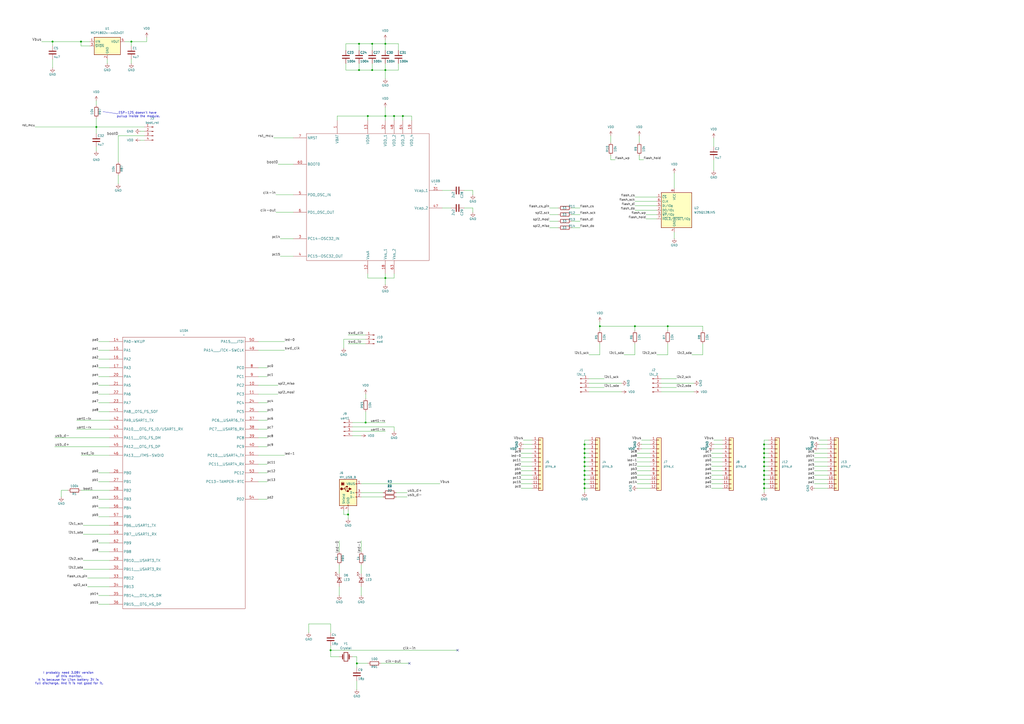
<source format=kicad_sch>
(kicad_sch (version 20250114) (generator "eeschema") (generator_version "9.0")
  (paper "A2")
  (lib_symbols
    (symbol "Connector:Conn_01x03_Pin" (pin_names (offset 1.016) (hide yes))
      (property "Reference" "J" (at 0 5.08 0))
      (property "Value" "Conn_01x03_Pin" (at 0 -5.08 0))
      (symbol "Conn_01x03_Pin_1_1"
        (pin passive line (at 5.08 2.54 180) (length 3.81) (name "Pin_1") (number "1"))
        (pin passive line (at 5.08 0 180) (length 3.81) (name "Pin_2") (number "2"))
        (pin passive line (at 5.08 -2.54 180) (length 3.81) (name "Pin_3") (number "3"))
      )
    )
    (symbol "Connector:Conn_01x04_Pin" (pin_names (offset 1.016) (hide yes))
      (property "Reference" "J" (at 0 5.08 0))
      (property "Value" "Conn_01x04_Pin" (at 0 -7.62 0))
      (symbol "Conn_01x04_Pin_1_1"
        (pin passive line (at 5.08 2.54 180) (length 3.81) (name "Pin_1") (number "1"))
        (pin passive line (at 5.08 0 180) (length 3.81) (name "Pin_2") (number "2"))
        (pin passive line (at 5.08 -2.54 180) (length 3.81) (name "Pin_3") (number "3"))
        (pin passive line (at 5.08 -5.08 180) (length 3.81) (name "Pin_4") (number "4"))
      )
    )
    (symbol "Connector:USB_B" (pin_names (offset 1.016))
      (property "Reference" "J" (at -5.08 11.43 0))
      (property "Value" "USB_B" (at -5.08 8.89 0))
      (symbol "USB_B_1_1"
        (pin passive line (at -2.54 -10.16 90) (length 2.54) (name "Shield") (number "5"))
        (pin power_out line (at 0 -10.16 90) (length 2.54) (name "GND") (number "4"))
        (pin power_out line (at 7.62 5.08 180) (length 2.54) (name "VBUS") (number "1"))
        (pin bidirectional line (at 7.62 0 180) (length 2.54) (name "D+") (number "3"))
        (pin bidirectional line (at 7.62 -2.54 180) (length 2.54) (name "D-") (number "2"))
      )
    )
    (symbol "Connector_Generic:Conn_01x12" (pin_names (offset 1.016) (hide yes))
      (property "Reference" "J" (at 0 15.24 0))
      (property "Value" "Conn_01x12" (at 0 -17.78 0))
      (symbol "Conn_01x12_1_1"
        (pin passive line (at -5.08 12.7 0) (length 3.81) (name "Pin_1") (number "1"))
        (pin passive line (at -5.08 10.16 0) (length 3.81) (name "Pin_2") (number "2"))
        (pin passive line (at -5.08 7.62 0) (length 3.81) (name "Pin_3") (number "3"))
        (pin passive line (at -5.08 5.08 0) (length 3.81) (name "Pin_4") (number "4"))
        (pin passive line (at -5.08 2.54 0) (length 3.81) (name "Pin_5") (number "5"))
        (pin passive line (at -5.08 0 0) (length 3.81) (name "Pin_6") (number "6"))
        (pin passive line (at -5.08 -2.54 0) (length 3.81) (name "Pin_7") (number "7"))
        (pin passive line (at -5.08 -5.08 0) (length 3.81) (name "Pin_8") (number "8"))
        (pin passive line (at -5.08 -7.62 0) (length 3.81) (name "Pin_9") (number "9"))
        (pin passive line (at -5.08 -10.16 0) (length 3.81) (name "Pin_10") (number "10"))
        (pin passive line (at -5.08 -12.7 0) (length 3.81) (name "Pin_11") (number "11"))
        (pin passive line (at -5.08 -15.24 0) (length 3.81) (name "Pin_12") (number "12"))
      )
    )
    (symbol "Device:C" (pin_numbers (hide yes)) (pin_names (offset 0.254))
      (property "Reference" "C" (at 0.635 2.54 0))
      (property "Value" "C" (at 0.635 -2.54 0))
      (symbol "C_1_1"
        (pin passive line (at 0 3.81 270) (length 2.794) (name "~") (number "1"))
        (pin passive line (at 0 -3.81 90) (length 2.794) (name "~") (number "2"))
      )
    )
    (symbol "Device:Crystal" (pin_numbers (hide yes)) (pin_names (offset 1.016) (hide yes))
      (property "Reference" "Y" (at 0 3.81 0))
      (property "Value" "Crystal" (at 0 -3.81 0))
      (symbol "Crystal_1_1"
        (pin passive line (at -3.81 0 0) (length 1.27) (name "1") (number "1"))
        (pin passive line (at 3.81 0 180) (length 1.27) (name "2") (number "2"))
      )
    )
    (symbol "Device:R" (pin_numbers (hide yes)) (pin_names (offset 0))
      (property "Reference" "R" (at 2.032 0 90))
      (property "Value" "R" (at 0 0 90))
      (symbol "R_1_1"
        (pin passive line (at 0 3.81 270) (length 1.27) (name "~") (number "1"))
        (pin passive line (at 0 -3.81 90) (length 1.27) (name "~") (number "2"))
      )
    )
    (symbol "LED_2" (pin_numbers (hide yes)) (pin_names (offset 1.016) (hide yes))
      (property "Reference" "D" (at 0 2.54 0))
      (property "Value" "LED" (at 0 -2.54 0))
      (symbol "LED_2_1_1"
        (pin passive line (at -3.81 0 0) (length 2.54) (name "K") (number "1"))
        (pin passive line (at 3.81 0 180) (length 2.54) (name "A") (number "2"))
      )
    )
    (symbol "LED_3" (pin_numbers (hide yes)) (pin_names (offset 1.016) (hide yes))
      (property "Reference" "D" (at 0 2.54 0))
      (property "Value" "LED" (at 0 -2.54 0))
      (symbol "LED_3_1_1"
        (pin passive line (at -3.81 0 0) (length 2.54) (name "K") (number "1"))
        (pin passive line (at 3.81 0 180) (length 2.54) (name "A") (number "2"))
      )
    )
    (symbol "Memory_Flash:W25Q128JVS"
      (property "Reference" "U" (at -6.35 11.43 0))
      (property "Value" "W25Q128JVS" (at 7.62 11.43 0))
      (symbol "W25Q128JVS_1_1"
        (pin input line (at -10.16 7.62 0) (length 2.54) (name "~{CS}") (number "1"))
        (pin input line (at -10.16 5.08 0) (length 2.54) (name "CLK") (number "6"))
        (pin bidirectional line (at -10.16 2.54 0) (length 2.54) (name "DI/IO_{0}") (number "5"))
        (pin bidirectional line (at -10.16 0 0) (length 2.54) (name "DO/IO_{1}") (number "2"))
        (pin bidirectional line (at -10.16 -2.54 0) (length 2.54) (name "~{WP}/IO_{2}") (number "3"))
        (pin bidirectional line (at -10.16 -5.08 0) (length 2.54) (name "~{HOLD}/~{RESET}/IO_{3}") (number "7"))
        (pin power_in line (at 0 12.7 270) (length 2.54) (name "VCC") (number "8"))
        (pin power_in line (at 0 -12.7 90) (length 2.54) (name "GND") (number "4"))
      )
    )
    (symbol "Regulator_Linear:MCP1802x-xx02xOT"
      (property "Reference" "U" (at -6.35 6.35 0))
      (property "Value" "MCP1802x-xx02xOT" (at 0 6.35 0))
      (symbol "MCP1802x-xx02xOT_1_1"
        (pin power_in line (at -10.16 2.54 0) (length 2.54) (name "VIN") (number "1"))
        (pin input line (at -10.16 0 0) (length 2.54) (name "~{SHDN}") (number "3"))
        (pin power_in line (at 0 -7.62 90) (length 2.54) (name "GND") (number "2"))
        (pin no_connect line (at 7.62 0 180) (length 2.54) (hide yes) (name "NC") (number "4"))
        (pin power_out line (at 10.16 2.54 180) (length 2.54) (name "VOUT") (number "5"))
      )
    )
    (symbol "power:GND" (power) (pin_numbers (hide yes)) (pin_names (offset 0) (hide yes))
      (property "Value" "GND" (at 0 -3.81 0))
      (symbol "GND_1_1"
        (pin power_in line (at 0 0 270) (length 0) (name "~") (number "1"))
      )
    )
    (symbol "power:VDD" (power) (pin_numbers (hide yes)) (pin_names (offset 0) (hide yes))
      (property "Value" "VDD" (at 0 3.556 0))
      (symbol "VDD_1_1"
        (pin power_in line (at 0 0 90) (length 0) (name "~") (number "1"))
      )
    )
    (symbol "stm32f405rgt6:STM32F405RGT6"
      (property "Reference" "U" (at 0 0 0))
      (symbol "STM32F405RGT6_1_0"
        (pin bidirectional line (at -41.91 71.12 0) (length 7.62) (name "PA0-WKUP") (number "14"))
        (pin bidirectional line (at -41.91 66.04 0) (length 7.62) (name "PA1") (number "15"))
        (pin bidirectional line (at -41.91 60.96 0) (length 7.62) (name "PA2") (number "16"))
        (pin bidirectional line (at -41.91 55.88 0) (length 7.62) (name "PA3") (number "17"))
        (pin bidirectional line (at -41.91 50.8 0) (length 7.62) (name "PA4") (number "20"))
        (pin bidirectional line (at -41.91 45.72 0) (length 7.62) (name "PA5") (number "21"))
        (pin bidirectional line (at -41.91 40.64 0) (length 7.62) (name "PA6") (number "22"))
        (pin bidirectional line (at -41.91 35.56 0) (length 7.62) (name "PA7") (number "23"))
        (pin bidirectional line (at -41.91 30.48 0) (length 7.62) (name "PA8__OTG_FS_SOF") (number "41"))
        (pin bidirectional line (at -41.91 25.4 0) (length 7.62) (name "PA9_USART1_TX") (number "42"))
        (pin bidirectional line (at -41.91 20.32 0) (length 7.62) (name "PA10___OTG_FS_ID/USART1_RX") (number "43"))
        (pin bidirectional line (at -41.91 15.24 0) (length 7.62) (name "PA11___OTG_FS_DM") (number "44"))
        (pin bidirectional line (at -41.91 10.16 0) (length 7.62) (name "PA12___OTG_FS_DP") (number "45"))
        (pin bidirectional line (at -41.91 5.08 0) (length 7.62) (name "PA13___JTMS-SWDIO") (number "46"))
        (pin bidirectional line (at -41.91 -5.08 0) (length 7.62) (name "PB0") (number "26"))
        (pin bidirectional line (at -41.91 -10.16 0) (length 7.62) (name "PB1") (number "27"))
        (pin bidirectional line (at -41.91 -15.24 0) (length 7.62) (name "PB2") (number "28"))
        (pin bidirectional line (at -41.91 -20.32 0) (length 7.62) (name "PB3") (number "55"))
        (pin bidirectional line (at -41.91 -25.4 0) (length 7.62) (name "PB4") (number "56"))
        (pin bidirectional line (at -41.91 -30.48 0) (length 7.62) (name "PB5") (number "57"))
        (pin bidirectional line (at -41.91 -35.56 0) (length 7.62) (name "PB6__USART1_TX") (number "58"))
        (pin bidirectional line (at -41.91 -40.64 0) (length 7.62) (name "PB7__USART1_RX") (number "59"))
        (pin bidirectional line (at -41.91 -45.72 0) (length 7.62) (name "PB9") (number "62"))
        (pin bidirectional line (at -41.91 -50.8 0) (length 7.62) (name "PB8") (number "61"))
        (pin bidirectional line (at -41.91 -55.88 0) (length 7.62) (name "PB10___USART3_TX") (number "29"))
        (pin bidirectional line (at -41.91 -60.96 0) (length 7.62) (name "PB11___USART3_RX") (number "30"))
        (pin bidirectional line (at -41.91 -66.04 0) (length 7.62) (name "PB12") (number "33"))
        (pin bidirectional line (at -41.91 -71.12 0) (length 7.62) (name "PB13") (number "34"))
        (pin bidirectional line (at -41.91 -76.2 0) (length 7.62) (name "PB14___OTG_HS_DM") (number "35"))
        (pin bidirectional line (at -41.91 -81.28 0) (length 7.62) (name "PB15___OTG_HS_DP") (number "36"))
        (pin bidirectional line (at 44.45 71.12 180) (length 7.62) (name "PA15___JTDI") (number "50"))
        (pin bidirectional line (at 44.45 66.04 180) (length 7.62) (name "PA14___JTCK-SWCLK") (number "49"))
        (pin bidirectional line (at 44.45 55.88 180) (length 7.62) (name "PC0") (number "8"))
        (pin bidirectional line (at 44.45 50.8 180) (length 7.62) (name "PC1") (number "9"))
        (pin bidirectional line (at 44.45 45.72 180) (length 7.62) (name "PC2") (number "10"))
        (pin bidirectional line (at 44.45 40.64 180) (length 7.62) (name "PC3") (number "11"))
        (pin bidirectional line (at 44.45 35.56 180) (length 7.62) (name "PC4") (number "24"))
        (pin bidirectional line (at 44.45 30.48 180) (length 7.62) (name "PC5") (number "25"))
        (pin bidirectional line (at 44.45 25.4 180) (length 7.62) (name "PC6__USART6_TX") (number "37"))
        (pin bidirectional line (at 44.45 20.32 180) (length 7.62) (name "PC7___USART6_RX") (number "38"))
        (pin bidirectional line (at 44.45 15.24 180) (length 7.62) (name "PC8") (number "39"))
        (pin bidirectional line (at 44.45 10.16 180) (length 7.62) (name "PC9") (number "40"))
        (pin bidirectional line (at 44.45 5.08 180) (length 7.62) (name "PC10___USART4_TX") (number "51"))
        (pin bidirectional line (at 44.45 0 180) (length 7.62) (name "PC11__USART4_RX") (number "52"))
        (pin bidirectional line (at 44.45 -5.08 180) (length 7.62) (name "PC12") (number "53"))
        (pin bidirectional line (at 44.45 -10.16 180) (length 7.62) (name "PC13-TAMPER-RTC") (number "2"))
        (pin bidirectional line (at 44.45 -20.32 180) (length 7.62) (name "PD2") (number "54"))
      )
      (symbol "STM32F405RGT6_2_0"
        (pin bidirectional line (at -43.18 33.02 0) (length 7.62) (name "NRST") (number "7"))
        (pin input line (at -43.18 17.78 0) (length 7.62) (name "BOOT0") (number "60"))
        (pin input line (at -43.18 0 0) (length 7.62) (name "PD0_OSC_IN") (number "5"))
        (pin output line (at -43.18 -10.16 0) (length 7.62) (name "PD1_OSC_OUT") (number "6"))
        (pin bidirectional line (at -43.18 -25.4 0) (length 7.62) (name "PC14-OSC32_IN") (number "3"))
        (pin bidirectional line (at -43.18 -35.56 0) (length 7.62) (name "PC15-OSC32_OUT") (number "4"))
        (pin power_in line (at -17.78 43.18 270) (length 7.62) (name "VBAT") (number "1"))
        (pin power_in line (at 0 43.18 270) (length 7.62) (name "VDDA") (number "13"))
        (pin power_in line (at 0 -45.72 90) (length 7.62) (name "VssA") (number "12"))
        (pin power_in line (at 10.16 43.18 270) (length 7.62) (name "VDD_1") (number "32"))
        (pin power_in line (at 10.16 -45.72 90) (length 7.62) (name "Vss_1") (number "18"))
        (pin power_in line (at 15.24 43.18 270) (length 7.62) (name "VDD_2") (number "48"))
        (pin power_in line (at 15.24 -45.72 90) (length 7.62) (name "Vss_2") (number "63"))
        (pin power_in line (at 20.32 43.18 270) (length 7.62) (name "VDD_3") (number "64"))
        (pin power_in line (at 25.4 43.18 270) (length 7.62) (name "VDD_4") (number "19"))
        (pin passive line (at 43.18 2.54 180) (length 7.62) (name "Vcap_1") (number "31"))
        (pin passive line (at 43.18 -7.62 180) (length 7.62) (name "Vcap_2") (number "47"))
      )
    )
  )
  (text "I probably need 3.08V version \nof this monitor.\nIt is because for LiIon battery 3V is \nfull discharge. And it is not good for it." (at 40.132 393.446 0) (effects (font (size 1.27 1.27))))
  (text "ESP-12S doesn't have \npullup inside the module." (at 80.264 66.548 0) (effects (font (size 1.27 1.27))))
  (junction (at 228.6 67.31))
  (junction (at 443.23 283.21))
  (junction (at 339.09 257.81))
  (junction (at 223.52 25.4))
  (junction (at 443.23 278.13))
  (junction (at 201.93 298.45))
  (junction (at 233.68 67.31))
  (junction (at 223.52 67.31))
  (junction (at 46.99 24.13))
  (junction (at 223.52 161.29))
  (junction (at 347.98 189.23))
  (junction (at 76.2 24.13))
  (junction (at 55.88 73.66))
  (junction (at 443.23 265.43))
  (junction (at 215.9 40.64))
  (junction (at 339.09 265.43))
  (junction (at 215.9 25.4))
  (junction (at 443.23 257.81))
  (junction (at 339.09 283.21))
  (junction (at 339.09 260.35))
  (junction (at 212.09 245.11))
  (junction (at 339.09 270.51))
  (junction (at 339.09 273.05))
  (junction (at 223.52 40.64))
  (junction (at 368.3 189.23))
  (junction (at 443.23 280.67))
  (junction (at 339.09 275.59))
  (junction (at 191.77 377.19))
  (junction (at 207.01 384.81))
  (junction (at 30.48 24.13))
  (junction (at 208.28 25.4))
  (junction (at 208.28 40.64))
  (junction (at 443.23 275.59))
  (junction (at 443.23 267.97))
  (junction (at 443.23 260.35))
  (junction (at 339.09 278.13))
  (junction (at 443.23 270.51))
  (junction (at 339.09 267.97))
  (junction (at 387.35 189.23))
  (junction (at 339.09 262.89))
  (junction (at 213.36 67.31))
  (junction (at 443.23 262.89))
  (junction (at 443.23 273.05))
  (junction (at 339.09 280.67))
  (no_connect (at 237.49 384.81))
  (no_connect (at 265.43 377.19))
  (wire (pts (xy 480.06 275.59) (xy 472.44 275.59)))
  (wire (pts (xy 231.14 40.64) (xy 231.14 36.83)))
  (wire (pts (xy 339.09 270.51) (xy 341.63 270.51)))
  (wire (pts (xy 20.32 73.66) (xy 55.88 73.66)))
  (wire (pts (xy 339.09 267.97) (xy 341.63 267.97)))
  (wire (pts (xy 31.75 254) (xy 63.5 254)))
  (wire (pts (xy 443.23 278.13) (xy 445.77 278.13)))
  (wire (pts (xy 57.15 345.44) (xy 63.5 345.44)))
  (wire (pts (xy 215.9 40.64) (xy 223.52 40.64)))
  (wire (pts (xy 31.75 259.08) (xy 63.5 259.08)))
  (wire (pts (xy 412.75 283.21) (xy 419.1 283.21)))
  (wire (pts (xy 339.09 278.13) (xy 341.63 278.13)))
  (wire (pts (xy 443.23 280.67) (xy 443.23 278.13)))
  (wire (pts (xy 209.55 280.67) (xy 255.27 280.67)))
  (wire (pts (xy 149.86 238.76) (xy 154.94 238.76)))
  (wire (pts (xy 372.11 260.35) (xy 377.19 260.35)))
  (wire (pts (xy 207.01 384.81) (xy 207.01 387.35)))
  (wire (pts (xy 149.86 259.08) (xy 154.94 259.08)))
  (wire (pts (xy 81.28 81.28) (xy 83.82 81.28)))
  (wire (pts (xy 223.52 62.23) (xy 223.52 67.31)))
  (wire (pts (xy 443.23 275.59) (xy 443.23 273.05)))
  (wire (pts (xy 391.16 100.33) (xy 391.16 109.22)))
  (wire (pts (xy 318.77 120.65) (xy 323.85 120.65)))
  (wire (pts (xy 302.26 280.67) (xy 308.61 280.67)))
  (wire (pts (xy 52.07 26.67) (xy 46.99 26.67)))
  (wire (pts (xy 149.86 289.56) (xy 154.94 289.56)))
  (wire (pts (xy 149.86 264.16) (xy 165.1 264.16)))
  (wire (pts (xy 57.15 213.36) (xy 63.5 213.36)))
  (wire (pts (xy 223.52 36.83) (xy 223.52 40.64)))
  (wire (pts (xy 199.39 196.85) (xy 199.39 201.93)))
  (wire (pts (xy 331.47 120.65) (xy 336.55 120.65)))
  (wire (pts (xy 368.3 119.38) (xy 381 119.38)))
  (wire (pts (xy 381 205.74) (xy 387.35 205.74)))
  (wire (pts (xy 339.09 260.35) (xy 341.63 260.35)))
  (wire (pts (xy 412.75 275.59) (xy 419.1 275.59)))
  (wire (pts (xy 46.99 284.48) (xy 63.5 284.48)))
  (wire (pts (xy 170.18 123.19) (xy 160.02 123.19)))
  (wire (pts (xy 303.53 257.81) (xy 308.61 257.81)))
  (polyline (pts (xy 59.69 64.77) (xy 68.58 66.04)))
  (wire (pts (xy 377.19 267.97) (xy 369.57 267.97)))
  (wire (pts (xy 339.09 257.81) (xy 339.09 255.27)))
  (wire (pts (xy 223.52 25.4) (xy 223.52 29.21)))
  (wire (pts (xy 339.09 260.35) (xy 339.09 257.81)))
  (wire (pts (xy 212.09 238.76) (xy 212.09 245.11)))
  (wire (pts (xy 339.09 278.13) (xy 339.09 275.59)))
  (wire (pts (xy 341.63 222.25) (xy 360.68 222.25)))
  (wire (pts (xy 318.77 128.27) (xy 323.85 128.27)))
  (wire (pts (xy 387.35 199.39) (xy 387.35 205.74)))
  (wire (pts (xy 443.23 260.35) (xy 443.23 257.81)))
  (wire (pts (xy 443.23 283.21) (xy 443.23 280.67)))
  (wire (pts (xy 339.09 273.05) (xy 341.63 273.05)))
  (wire (pts (xy 24.13 24.13) (xy 30.48 24.13)))
  (wire (pts (xy 412.75 280.67) (xy 419.1 280.67)))
  (wire (pts (xy 407.67 199.39) (xy 407.67 205.74)))
  (wire (pts (xy 443.23 262.89) (xy 445.77 262.89)))
  (wire (pts (xy 414.02 255.27) (xy 419.1 255.27)))
  (wire (pts (xy 443.23 273.05) (xy 445.77 273.05)))
  (wire (pts (xy 215.9 40.64) (xy 215.9 36.83)))
  (wire (pts (xy 238.76 67.31) (xy 238.76 69.85)))
  (wire (pts (xy 48.26 304.8) (xy 63.5 304.8)))
  (wire (pts (xy 76.2 24.13) (xy 85.09 24.13)))
  (wire (pts (xy 331.47 132.08) (xy 336.55 132.08)))
  (wire (pts (xy 223.52 40.64) (xy 223.52 45.72)))
  (wire (pts (xy 339.09 262.89) (xy 341.63 262.89)))
  (wire (pts (xy 191.77 374.65) (xy 191.77 377.19)))
  (wire (pts (xy 370.84 92.71) (xy 373.38 92.71)))
  (wire (pts (xy 204.47 245.11) (xy 212.09 245.11)))
  (wire (pts (xy 196.85 332.74) (xy 196.85 327.66)))
  (wire (pts (xy 212.09 228.6) (xy 212.09 231.14)))
  (wire (pts (xy 302.26 265.43) (xy 308.61 265.43)))
  (wire (pts (xy 35.56 284.48) (xy 35.56 288.29)))
  (wire (pts (xy 377.19 275.59) (xy 369.57 275.59)))
  (wire (pts (xy 76.2 34.29) (xy 76.2 36.83)))
  (wire (pts (xy 412.75 273.05) (xy 419.1 273.05)))
  (wire (pts (xy 339.09 257.81) (xy 341.63 257.81)))
  (wire (pts (xy 44.45 248.92) (xy 63.5 248.92)))
  (wire (pts (xy 228.6 161.29) (xy 228.6 158.75)))
  (wire (pts (xy 231.14 25.4) (xy 231.14 29.21)))
  (wire (pts (xy 50.8 340.36) (xy 63.5 340.36)))
  (wire (pts (xy 339.09 280.67) (xy 341.63 280.67)))
  (wire (pts (xy 57.15 299.72) (xy 63.5 299.72)))
  (wire (pts (xy 48.26 325.12) (xy 63.5 325.12)))
  (wire (pts (xy 57.15 223.52) (xy 63.5 223.52)))
  (wire (pts (xy 318.77 124.46) (xy 323.85 124.46)))
  (wire (pts (xy 57.15 203.2) (xy 63.5 203.2)))
  (wire (pts (xy 149.86 223.52) (xy 161.29 223.52)))
  (wire (pts (xy 407.67 189.23) (xy 387.35 189.23)))
  (wire (pts (xy 256.54 120.65) (xy 261.62 120.65)))
  (wire (pts (xy 370.84 78.74) (xy 370.84 82.55)))
  (wire (pts (xy 443.23 265.43) (xy 445.77 265.43)))
  (wire (pts (xy 149.86 248.92) (xy 154.94 248.92)))
  (wire (pts (xy 480.06 273.05) (xy 472.44 273.05)))
  (wire (pts (xy 149.86 203.2) (xy 165.1 203.2)))
  (wire (pts (xy 443.23 278.13) (xy 443.23 275.59)))
  (wire (pts (xy 480.06 280.67) (xy 472.44 280.67)))
  (wire (pts (xy 443.23 273.05) (xy 443.23 270.51)))
  (wire (pts (xy 209.55 285.75) (xy 222.25 285.75)))
  (wire (pts (xy 229.87 288.29) (xy 236.22 288.29)))
  (wire (pts (xy 341.63 283.21) (xy 339.09 283.21)))
  (wire (pts (xy 68.58 78.74) (xy 68.58 93.98)))
  (wire (pts (xy 201.93 295.91) (xy 201.93 298.45)))
  (wire (pts (xy 48.26 309.88) (xy 63.5 309.88)))
  (wire (pts (xy 162.56 138.43) (xy 170.18 138.43)))
  (wire (pts (xy 347.98 186.69) (xy 347.98 189.23)))
  (wire (pts (xy 213.36 158.75) (xy 213.36 161.29)))
  (wire (pts (xy 57.15 233.68) (xy 63.5 233.68)))
  (wire (pts (xy 233.68 67.31) (xy 238.76 67.31)))
  (wire (pts (xy 383.54 224.79) (xy 392.43 224.79)))
  (wire (pts (xy 443.23 265.43) (xy 443.23 262.89)))
  (wire (pts (xy 149.86 243.84) (xy 154.94 243.84)))
  (wire (pts (xy 191.77 381) (xy 196.85 381)))
  (wire (pts (xy 474.98 260.35) (xy 480.06 260.35)))
  (wire (pts (xy 339.09 270.51) (xy 339.09 267.97)))
  (wire (pts (xy 72.39 24.13) (xy 76.2 24.13)))
  (wire (pts (xy 341.63 227.33) (xy 360.68 227.33)))
  (wire (pts (xy 215.9 25.4) (xy 223.52 25.4)))
  (wire (pts (xy 57.15 198.12) (xy 63.5 198.12)))
  (wire (pts (xy 443.23 280.67) (xy 445.77 280.67)))
  (wire (pts (xy 215.9 25.4) (xy 215.9 29.21)))
  (wire (pts (xy 331.47 128.27) (xy 336.55 128.27)))
  (wire (pts (xy 331.47 124.46) (xy 336.55 124.46)))
  (wire (pts (xy 443.23 267.97) (xy 443.23 265.43)))
  (wire (pts (xy 412.75 265.43) (xy 419.1 265.43)))
  (wire (pts (xy 339.09 273.05) (xy 339.09 270.51)))
  (wire (pts (xy 30.48 24.13) (xy 46.99 24.13)))
  (wire (pts (xy 68.58 78.74) (xy 83.82 78.74)))
  (wire (pts (xy 55.88 58.42) (xy 55.88 60.96)))
  (wire (pts (xy 55.88 85.09) (xy 55.88 87.63)))
  (wire (pts (xy 55.88 73.66) (xy 55.88 77.47)))
  (wire (pts (xy 377.19 273.05) (xy 369.57 273.05)))
  (wire (pts (xy 149.86 198.12) (xy 165.1 198.12)))
  (wire (pts (xy 195.58 67.31) (xy 213.36 67.31)))
  (wire (pts (xy 341.63 224.79) (xy 350.52 224.79)))
  (wire (pts (xy 55.88 73.66) (xy 83.82 73.66)))
  (wire (pts (xy 265.43 377.19) (xy 191.77 377.19)))
  (wire (pts (xy 229.87 285.75) (xy 236.22 285.75)))
  (wire (pts (xy 274.32 120.65) (xy 274.32 123.19)))
  (wire (pts (xy 339.09 283.21) (xy 339.09 280.67)))
  (wire (pts (xy 201.93 298.45) (xy 199.39 298.45)))
  (wire (pts (xy 274.32 110.49) (xy 274.32 113.03)))
  (wire (pts (xy 443.23 270.51) (xy 443.23 267.97)))
  (wire (pts (xy 354.33 78.74) (xy 354.33 82.55)))
  (wire (pts (xy 443.23 283.21) (xy 443.23 285.75)))
  (wire (pts (xy 213.36 67.31) (xy 213.36 69.85)))
  (wire (pts (xy 57.15 320.04) (xy 63.5 320.04)))
  (wire (pts (xy 201.93 194.31) (xy 212.09 194.31)))
  (wire (pts (xy 223.52 25.4) (xy 231.14 25.4)))
  (wire (pts (xy 223.52 67.31) (xy 223.52 69.85)))
  (wire (pts (xy 480.06 262.89) (xy 472.44 262.89)))
  (wire (pts (xy 480.06 265.43) (xy 472.44 265.43)))
  (wire (pts (xy 339.09 275.59) (xy 341.63 275.59)))
  (wire (pts (xy 57.15 289.56) (xy 63.5 289.56)))
  (wire (pts (xy 341.63 205.74) (xy 347.98 205.74)))
  (wire (pts (xy 228.6 67.31) (xy 228.6 69.85)))
  (wire (pts (xy 201.93 298.45) (xy 201.93 300.99)))
  (wire (pts (xy 361.95 205.74) (xy 368.3 205.74)))
  (wire (pts (xy 30.48 34.29) (xy 30.48 39.37)))
  (wire (pts (xy 57.15 208.28) (xy 63.5 208.28)))
  (wire (pts (xy 76.2 24.13) (xy 76.2 26.67)))
  (wire (pts (xy 339.09 275.59) (xy 339.09 273.05)))
  (wire (pts (xy 207.01 381) (xy 207.01 384.81)))
  (wire (pts (xy 347.98 189.23) (xy 347.98 191.77)))
  (wire (pts (xy 223.52 40.64) (xy 231.14 40.64)))
  (wire (pts (xy 39.37 284.48) (xy 35.56 284.48)))
  (wire (pts (xy 372.11 255.27) (xy 377.19 255.27)))
  (wire (pts (xy 387.35 189.23) (xy 387.35 191.77)))
  (wire (pts (xy 212.09 196.85) (xy 199.39 196.85)))
  (wire (pts (xy 191.77 377.19) (xy 191.77 381)))
  (wire (pts (xy 204.47 250.19) (xy 223.52 250.19)))
  (wire (pts (xy 223.52 22.86) (xy 223.52 25.4)))
  (wire (pts (xy 412.75 262.89) (xy 419.1 262.89)))
  (wire (pts (xy 57.15 218.44) (xy 63.5 218.44)))
  (wire (pts (xy 57.15 279.4) (xy 63.5 279.4)))
  (wire (pts (xy 302.26 262.89) (xy 308.61 262.89)))
  (wire (pts (xy 57.15 238.76) (xy 63.5 238.76)))
  (wire (pts (xy 200.66 40.64) (xy 208.28 40.64)))
  (wire (pts (xy 170.18 95.25) (xy 161.29 95.25)))
  (wire (pts (xy 302.26 273.05) (xy 308.61 273.05)))
  (wire (pts (xy 196.85 313.69) (xy 196.85 320.04)))
  (wire (pts (xy 179.07 361.95) (xy 179.07 367.03)))
  (wire (pts (xy 443.23 267.97) (xy 445.77 267.97)))
  (wire (pts (xy 445.77 283.21) (xy 443.23 283.21)))
  (wire (pts (xy 414.02 257.81) (xy 419.1 257.81)))
  (wire (pts (xy 149.86 279.4) (xy 154.94 279.4)))
  (wire (pts (xy 414.02 260.35) (xy 419.1 260.35)))
  (wire (pts (xy 57.15 314.96) (xy 63.5 314.96)))
  (wire (pts (xy 341.63 219.71) (xy 350.52 219.71)))
  (wire (pts (xy 30.48 24.13) (xy 30.48 26.67)))
  (wire (pts (xy 208.28 25.4) (xy 208.28 29.21)))
  (wire (pts (xy 204.47 247.65) (xy 228.6 247.65)))
  (wire (pts (xy 170.18 113.03) (xy 160.02 113.03)))
  (wire (pts (xy 223.52 161.29) (xy 223.52 165.1)))
  (wire (pts (xy 237.49 384.81) (xy 220.98 384.81)))
  (wire (pts (xy 195.58 69.85) (xy 195.58 67.31)))
  (wire (pts (xy 383.54 227.33) (xy 402.59 227.33)))
  (wire (pts (xy 480.06 267.97) (xy 472.44 267.97)))
  (wire (pts (xy 443.23 255.27) (xy 445.77 255.27)))
  (wire (pts (xy 339.09 283.21) (xy 339.09 285.75)))
  (wire (pts (xy 162.56 148.59) (xy 170.18 148.59)))
  (wire (pts (xy 339.09 280.67) (xy 339.09 278.13)))
  (wire (pts (xy 374.65 127) (xy 381 127)))
  (wire (pts (xy 377.19 265.43) (xy 369.57 265.43)))
  (wire (pts (xy 377.19 280.67) (xy 369.57 280.67)))
  (wire (pts (xy 256.54 110.49) (xy 261.62 110.49)))
  (wire (pts (xy 368.3 199.39) (xy 368.3 205.74)))
  (wire (pts (xy 50.8 335.28) (xy 63.5 335.28)))
  (wire (pts (xy 374.65 124.46) (xy 381 124.46)))
  (wire (pts (xy 339.09 267.97) (xy 339.09 265.43)))
  (wire (pts (xy 191.77 367.03) (xy 191.77 361.95)))
  (wire (pts (xy 302.26 275.59) (xy 308.61 275.59)))
  (wire (pts (xy 68.58 101.6) (xy 68.58 106.68)))
  (wire (pts (xy 443.23 257.81) (xy 443.23 255.27)))
  (wire (pts (xy 414.02 92.71) (xy 414.02 99.06)))
  (wire (pts (xy 302.26 267.97) (xy 308.61 267.97)))
  (wire (pts (xy 347.98 189.23) (xy 368.3 189.23)))
  (wire (pts (xy 149.86 233.68) (xy 154.94 233.68)))
  (wire (pts (xy 354.33 92.71) (xy 356.87 92.71)))
  (wire (pts (xy 368.3 189.23) (xy 368.3 191.77)))
  (wire (pts (xy 212.09 245.11) (xy 223.52 245.11)))
  (wire (pts (xy 377.19 278.13) (xy 369.57 278.13)))
  (wire (pts (xy 443.23 270.51) (xy 445.77 270.51)))
  (wire (pts (xy 208.28 36.83) (xy 208.28 40.64)))
  (wire (pts (xy 57.15 228.6) (xy 63.5 228.6)))
  (wire (pts (xy 443.23 262.89) (xy 443.23 260.35)))
  (wire (pts (xy 347.98 199.39) (xy 347.98 205.74)))
  (wire (pts (xy 57.15 294.64) (xy 63.5 294.64)))
  (wire (pts (xy 57.15 350.52) (xy 63.5 350.52)))
  (wire (pts (xy 412.75 267.97) (xy 419.1 267.97)))
  (wire (pts (xy 269.24 110.49) (xy 274.32 110.49)))
  (wire (pts (xy 208.28 25.4) (xy 215.9 25.4)))
  (wire (pts (xy 377.19 283.21) (xy 369.57 283.21)))
  (wire (pts (xy 401.32 205.74) (xy 407.67 205.74)))
  (wire (pts (xy 200.66 25.4) (xy 200.66 29.21)))
  (wire (pts (xy 213.36 67.31) (xy 223.52 67.31)))
  (wire (pts (xy 200.66 36.83) (xy 200.66 40.64)))
  (wire (pts (xy 46.99 26.67) (xy 46.99 24.13)))
  (wire (pts (xy 209.55 313.69) (xy 209.55 320.04)))
  (wire (pts (xy 372.11 257.81) (xy 377.19 257.81)))
  (wire (pts (xy 474.98 257.81) (xy 480.06 257.81)))
  (wire (pts (xy 339.09 262.89) (xy 339.09 260.35)))
  (wire (pts (xy 474.98 255.27) (xy 480.06 255.27)))
  (wire (pts (xy 46.99 264.16) (xy 63.5 264.16)))
  (wire (pts (xy 302.26 278.13) (xy 308.61 278.13)))
  (wire (pts (xy 209.55 288.29) (xy 222.25 288.29)))
  (wire (pts (xy 443.23 257.81) (xy 445.77 257.81)))
  (wire (pts (xy 269.24 120.65) (xy 274.32 120.65)))
  (wire (pts (xy 149.86 269.24) (xy 154.94 269.24)))
  (wire (pts (xy 391.16 134.62) (xy 391.16 138.43)))
  (wire (pts (xy 480.06 270.51) (xy 472.44 270.51)))
  (wire (pts (xy 44.45 243.84) (xy 63.5 243.84)))
  (wire (pts (xy 383.54 222.25) (xy 402.59 222.25)))
  (wire (pts (xy 223.52 158.75) (xy 223.52 161.29)))
  (wire (pts (xy 414.02 80.01) (xy 414.02 85.09)))
  (wire (pts (xy 213.36 384.81) (xy 207.01 384.81)))
  (wire (pts (xy 213.36 161.29) (xy 223.52 161.29)))
  (wire (pts (xy 480.06 278.13) (xy 472.44 278.13)))
  (wire (pts (xy 412.75 270.51) (xy 419.1 270.51)))
  (wire (pts (xy 149.86 218.44) (xy 154.94 218.44)))
  (wire (pts (xy 196.85 340.36) (xy 196.85 345.44)))
  (wire (pts (xy 223.52 161.29) (xy 228.6 161.29)))
  (wire (pts (xy 209.55 332.74) (xy 209.55 327.66)))
  (wire (pts (xy 158.75 80.01) (xy 170.18 80.01)))
  (wire (pts (xy 46.99 24.13) (xy 52.07 24.13)))
  (wire (pts (xy 149.86 254) (xy 154.94 254)))
  (wire (pts (xy 368.3 116.84) (xy 381 116.84)))
  (wire (pts (xy 191.77 361.95) (xy 179.07 361.95)))
  (wire (pts (xy 57.15 274.32) (xy 63.5 274.32)))
  (wire (pts (xy 200.66 25.4) (xy 208.28 25.4)))
  (wire (pts (xy 83.82 76.2) (xy 81.28 76.2)))
  (wire (pts (xy 149.86 228.6) (xy 161.29 228.6)))
  (wire (pts (xy 209.55 340.36) (xy 209.55 345.44)))
  (wire (pts (xy 149.86 213.36) (xy 154.94 213.36)))
  (wire (pts (xy 318.77 132.08) (xy 323.85 132.08)))
  (wire (pts (xy 480.06 283.21) (xy 472.44 283.21)))
  (wire (pts (xy 207.01 381) (xy 204.47 381)))
  (wire (pts (xy 233.68 67.31) (xy 233.68 69.85)))
  (wire (pts (xy 443.23 260.35) (xy 445.77 260.35)))
  (wire (pts (xy 303.53 260.35) (xy 308.61 260.35)))
  (wire (pts (xy 207.01 394.97) (xy 207.01 400.05)))
  (wire (pts (xy 223.52 67.31) (xy 228.6 67.31)))
  (wire (pts (xy 377.19 262.89) (xy 369.57 262.89)))
  (wire (pts (xy 412.75 278.13) (xy 419.1 278.13)))
  (wire (pts (xy 149.86 274.32) (xy 154.94 274.32)))
  (wire (pts (xy 354.33 90.17) (xy 354.33 92.71)))
  (wire (pts (xy 55.88 68.58) (xy 55.88 73.66)))
  (wire (pts (xy 443.23 275.59) (xy 445.77 275.59)))
  (wire (pts (xy 228.6 67.31) (xy 233.68 67.31)))
  (wire (pts (xy 199.39 298.45) (xy 199.39 295.91)))
  (wire (pts (xy 228.6 247.65) (xy 228.6 250.19)))
  (wire (pts (xy 339.09 255.27) (xy 341.63 255.27)))
  (wire (pts (xy 387.35 189.23) (xy 368.3 189.23)))
  (wire (pts (xy 85.09 24.13) (xy 85.09 21.59)))
  (wire (pts (xy 339.09 265.43) (xy 339.09 262.89)))
  (wire (pts (xy 303.53 255.27) (xy 308.61 255.27)))
  (wire (pts (xy 204.47 252.73) (xy 209.55 252.73)))
  (wire (pts (xy 201.93 199.39) (xy 212.09 199.39)))
  (wire (pts (xy 383.54 219.71) (xy 392.43 219.71)))
  (wire (pts (xy 302.26 270.51) (xy 308.61 270.51)))
  (wire (pts (xy 368.3 121.92) (xy 381 121.92)))
  (wire (pts (xy 377.19 270.51) (xy 369.57 270.51)))
  (wire (pts (xy 208.28 40.64) (xy 215.9 40.64)))
  (wire (pts (xy 368.3 114.3) (xy 381 114.3)))
  (wire (pts (xy 407.67 191.77) (xy 407.67 189.23)))
  (wire (pts (xy 302.26 283.21) (xy 308.61 283.21)))
  (wire (pts (xy 48.26 330.2) (xy 63.5 330.2)))
  (wire (pts (xy 370.84 90.17) (xy 370.84 92.71)))
  (wire (pts (xy 339.09 265.43) (xy 341.63 265.43)))
  (wire (pts (xy 62.23 34.29) (xy 62.23 36.83)))
  (label "flash_cs" (at 368.3 114.3 180))
  (label "pa6" (at 57.15 228.6 180))
  (label "pa8" (at 57.15 238.76 180))
  (label "pd2" (at 302.26 270.51 180))
  (label "Vbus" (at 255.27 280.67 0) (effects (font (size 1.524 1.524))))
  (label "pc1" (at 412.75 283.21 180))
  (label "spi2_miso" (at 318.77 132.08 180))
  (label "clk-in" (at 233.68 377.19 0) (effects (font (size 1.524 1.524))))
  (label "pc12" (at 369.57 270.51 180))
  (label "swd_clk" (at 165.1 203.2 0) (effects (font (size 1.524 1.524))))
  (label "pb4" (at 57.15 294.64 180))
  (label "led-0" (at 302.26 265.43 180))
  (label "uart1-rx" (at 44.45 248.92 0))
  (label "flash_di" (at 336.55 128.27 0))
  (label "pb1" (at 472.44 267.97 180))
  (label "pb5" (at 369.57 275.59 180))
  (label "i2c1_sda" (at 350.52 224.79 0))
  (label "usb_d-" (at 236.22 288.29 0) (effects (font (size 1.524 1.524))))
  (label "swd_io" (at 46.99 264.16 0) (effects (font (size 1.524 1.524))))
  (label "pb9" (at 369.57 278.13 180))
  (label "pa4" (at 57.15 218.44 180))
  (label "Vbus" (at 303.53 255.27 180) (effects (font (size 1.524 1.524))))
  (label "pa3" (at 57.15 213.36 180))
  (label "spi2_miso" (at 161.29 223.52 0))
  (label "pa8" (at 369.57 265.43 180))
  (label "uart1-tx" (at 223.52 250.19 180))
  (label "pa3" (at 472.44 278.13 180))
  (label "pc4" (at 412.75 270.51 180))
  (label "pa0" (at 412.75 280.67 180))
  (label "pb8" (at 57.15 320.04 180))
  (label "pa6" (at 412.75 273.05 180))
  (label "pb15" (at 57.15 350.52 180))
  (label "i2c1_sda" (at 48.26 309.88 180))
  (label "flash_wp" (at 374.65 124.46 180))
  (label "clk-out" (at 160.02 123.19 180) (effects (font (size 1.524 1.524))))
  (label "usb_d+" (at 31.75 259.08 0) (effects (font (size 1.524 1.524))))
  (label "i2c1_sck" (at 350.52 219.71 0))
  (label "clk-in" (at 160.02 113.03 180) (effects (font (size 1.524 1.524))))
  (label "pb1" (at 57.15 279.4 180))
  (label "pa1" (at 472.44 280.67 180))
  (label "pc14" (at 162.56 138.43 180))
  (label "pb14" (at 472.44 265.43 180))
  (label "flash_cs_pin" (at 50.8 335.28 180))
  (label "spi2_sck" (at 50.8 340.36 180))
  (label "pb4" (at 302.26 273.05 180))
  (label "led-1" (at 165.1 264.16 0))
  (label "pb14" (at 57.15 345.44 180))
  (label "clk-out" (at 223.52 384.81 0) (effects (font (size 1.524 1.524))))
  (label "pb3" (at 57.15 289.56 180))
  (label "flash_sck" (at 336.55 124.46 0))
  (label "rst_mcu" (at 158.75 80.01 180) (effects (font (size 1.524 1.524))))
  (label "i2c2_sck" (at 392.43 219.71 0))
  (label "Vbus" (at 414.02 255.27 180) (effects (font (size 1.524 1.524))))
  (label "flash_cs_pin" (at 318.77 120.65 180))
  (label "usb_d+" (at 236.22 285.75 0) (effects (font (size 1.524 1.524))))
  (label "pa4" (at 412.75 275.59 180))
  (label "pb5" (at 57.15 299.72 180))
  (label "pc13" (at 154.94 279.4 0))
  (label "pa1" (at 57.15 203.2 180))
  (label "i2c1_sck" (at 341.63 205.74 180))
  (label "pc5" (at 154.94 238.76 0))
  (label "uart1-tx" (at 44.45 243.84 0))
  (label "pc15" (at 162.56 148.59 180))
  (label "pb9" (at 57.15 314.96 180))
  (label "flash_wp" (at 356.87 92.71 0))
  (label "led-0" (at 196.85 313.69 270) (effects (font (size 1.524 1.524))))
  (label "pa5" (at 472.44 275.59 180))
  (label "Vbus" (at 474.98 255.27 180) (effects (font (size 1.524 1.524))))
  (label "spi2_mosi" (at 318.77 128.27 180))
  (label "led-0" (at 165.1 198.12 0))
  (label "flash_di" (at 368.3 119.38 180))
  (label "flash_hold" (at 374.65 127 180))
  (label "pc11" (at 302.26 267.97 180))
  (label "boot0" (at 161.29 95.25 180) (effects (font (size 1.524 1.524))))
  (label "pa2" (at 57.15 208.28 180))
  (label "pc9" (at 154.94 259.08 0))
  (label "pa0" (at 57.15 198.12 180))
  (label "pc0" (at 302.26 283.21 180))
  (label "pc15" (at 302.26 280.67 180))
  (label "pc8" (at 154.94 254 0))
  (label "pc6" (at 154.94 243.84 0))
  (label "pb8" (at 302.26 275.59 180))
  (label "Vbus" (at 24.13 24.13 180) (effects (font (size 1.524 1.524))))
  (label "Vbus" (at 372.11 255.27 180) (effects (font (size 1.524 1.524))))
  (label "flash_sck" (at 368.3 116.84 180))
  (label "pc11" (at 154.94 269.24 0))
  (label "flash_hold" (at 373.38 92.71 0))
  (label "i2c2_sda" (at 48.26 330.2 180))
  (label "pa7" (at 472.44 273.05 180))
  (label "spi2_sck" (at 318.77 124.46 180))
  (label "pd2" (at 154.94 289.56 0))
  (label "i2c1_sck" (at 48.26 304.8 180))
  (label "pc7" (at 154.94 248.92 0))
  (label "pa7" (at 57.15 233.68 180))
  (label "swd_clk" (at 201.93 194.31 0) (effects (font (size 1.524 1.524))))
  (label "rst_mcu" (at 20.32 73.66 180))
  (label "uart1-rx" (at 223.52 245.11 180))
  (label "pb15" (at 412.75 265.43 180))
  (label "i2c2_sck" (at 48.26 325.12 180))
  (label "i2c2_sck" (at 381 205.74 180))
  (label "pa2" (at 412.75 278.13 180))
  (label "pa5" (at 57.15 223.52 180))
  (label "i2c1_sda" (at 361.95 205.74 180))
  (label "pc9" (at 302.26 262.89 180))
  (label "boot1" (at 48.26 284.48 0))
  (label "spi2_mosi" (at 161.29 228.6 0))
  (label "pc0" (at 154.94 213.36 0))
  (label "pc4" (at 154.94 233.68 0))
  (label "pb3" (at 369.57 273.05 180))
  (label "pb0" (at 57.15 274.32 180))
  (label "flash_do" (at 368.3 121.92 180))
  (label "i2c2_sda" (at 392.43 224.79 0))
  (label "boot0" (at 68.58 78.74 180) (effects (font (size 1.524 1.524))))
  (label "flash_cs" (at 336.55 120.65 0))
  (label "usb_d-" (at 31.75 254 0) (effects (font (size 1.524 1.524))))
  (label "swd_io" (at 201.93 199.39 0) (effects (font (size 1.524 1.524))))
  (label "pc1" (at 154.94 218.44 0))
  (label "pc7" (at 412.75 262.89 180))
  (label "pc12" (at 154.94 274.32 0))
  (label "flash_do" (at 336.55 132.08 0))
  (label "led-1" (at 209.55 313.69 270) (effects (font (size 1.524 1.524))))
  (label "pc6" (at 472.44 262.89 180))
  (label "pc8" (at 369.57 262.89 180))
  (label "led-1" (at 369.57 267.97 180))
  (label "pc14" (at 369.57 280.67 180))
  (label "pc13" (at 302.26 278.13 180))
  (label "pb0" (at 412.75 267.97 180))
  (label "pc5" (at 472.44 270.51 180))
  (label "i2c2_sda" (at 401.32 205.74 180))
  (symbol (lib_id "Device:R") (at 407.67 195.58 0) (mirror y) (unit 1)
    (property "Reference" "R8" (at 405.638 195.58 90))
    (property "Value" "10k" (at 410.21 195.58 90))
    (property "Footprint" "Resistor_SMD:R_0603_1608Metric" (effects (hide yes)))
    (property "Description" "Resistor" (effects (hide yes)))
    (property "URL" "https://www.digikey.com/en/products/detail/yageo/RC0603JR-1010KL/13694233" (effects (hide yes)))
  )
  (symbol (lib_id "Device:R") (at 55.88 64.77 0) (unit 1)
    (property "Reference" "R97" (at 57.912 64.77 90))
    (property "Value" "10k" (at 53.34 64.77 90))
    (property "Footprint" "Capacitor_SMD:C_0603_1608Metric" (effects (hide yes)))
    (property "Description" "Resistor" (effects (hide yes)))
    (property "URL" "https://www.digikey.com/product-detail/en/yageo/RC0603JR-072K2L/311-2.2KGRCT-ND/729676" (effects (hide yes)))
  )
  (symbol (lib_id "Device:R") (at 327.66 132.08 90) (unit 1)
    (property "Reference" "R14" (at 331.724 131.064 90))
    (property "Value" "33" (at 327.406 132.08 90))
    (property "Footprint" "Resistor_SMD:R_0603_1608Metric_Pad0.98x0.95mm_HandSolder" (effects (hide yes)))
    (property "Description" "Resistor" (effects (hide yes)))
    (property "url" "https://www.digikey.com/en/products/detail/bourns-inc/CR0603-JW-330ELF/3784355" (effects (hide yes)))
  )
  (symbol (lib_id "Device:R") (at 387.35 195.58 0) (mirror y) (unit 1)
    (property "Reference" "R7" (at 385.318 195.58 90))
    (property "Value" "10k" (at 389.89 195.58 90))
    (property "Footprint" "Resistor_SMD:R_0603_1608Metric" (effects (hide yes)))
    (property "Description" "Resistor" (effects (hide yes)))
    (property "URL" "https://www.digikey.com/en/products/detail/yageo/RC0603JR-1010KL/13694233" (effects (hide yes)))
  )
  (symbol (lib_id "Memory_Flash:W25Q128JVS") (at 391.16 121.92 0) (unit 1)
    (property "Reference" "U2" (at 402.59 120.6499 0) (effects (justify left)))
    (property "Value" "W25Q128JVS" (at 402.59 123.1899 0) (effects (justify left)))
    (property "Footprint" "Package_SO:SOIC-8_5.3x5.3mm_P1.27mm" (effects (hide yes)))
    (property "Datasheet" "https://www.winbond.com/resource-files/w25q128jv_dtr%20revc%2003272018%20plus.pdf" (effects (hide yes)))
    (property "Description" "128Mbit / 16MiB Serial Flash Memory, Standard/Dual/Quad SPI, 2.7-3.6V, SOIC-8" (effects (hide yes)))
  )
  (symbol (lib_name "LED_3") (lib_id "Device:LED") (at 209.55 336.55 270) (unit 1)
    (property "Reference" "D3" (at 212.09 333.6924 90) (effects (justify left)))
    (property "Value" "LED" (at 212.09 336.2324 90) (effects (justify left)))
    (property "Footprint" "LED_THT:LED_D3.0mm" (effects (hide yes)))
    (property "Description" "Light emitting diode" (effects (hide yes)))
    (property "Sim.Pins" "1=K 2=A" (effects (hide yes)))
  )
  (symbol (lib_id "Device:C") (at 208.28 33.02 0) (unit 1)
    (property "Reference" "C24" (at 208.915 30.48 0) (effects (justify left)))
    (property "Value" "100n" (at 208.915 35.56 0) (effects (justify left)))
    (property "Footprint" "Capacitor_SMD:C_0603_1608Metric" (effects (hide yes)))
    (property "Description" "Unpolarized capacitor" (effects (hide yes)))
  )
  (symbol (lib_id "Connector_Generic:Conn_01x12") (at 424.18 267.97 0) (unit 1)
    (property "Reference" "J8" (at 426.72 267.9699 0) (effects (justify left)))
    (property "Value" "pins_d" (at 426.72 270.5099 0) (effects (justify left)))
    (property "Footprint" "Connector_PinHeader_2.54mm:PinHeader_1x12_P2.54mm_Vertical" (effects (hide yes)))
    (property "Description" "Generic connector, single row, 01x12, script generated (kicad-library-utils/schlib/autogen/connector/)" (effects (hide yes)))
  )
  (symbol (lib_id "power:GND") (at 55.88 87.63 0) (unit 1)
    (property "Reference" "#PWR0200" (effects (hide yes)))
    (property "Value" "GND" (at 55.88 92.71 0))
    (property "Description" "Power symbol creates a global label with name \"GND\" , ground" (effects (hide yes)))
  )
  (symbol (lib_id "power:VDD") (at 372.11 260.35 90) (unit 1)
    (property "Reference" "#PWR019" (effects (hide yes)))
    (property "Value" "VDD" (at 368.3 260.3499 90) (effects (justify left)))
    (property "Description" "Power symbol creates a global label with name \"VDD\"" (effects (hide yes)))
  )
  (symbol (lib_id "Device:R") (at 327.66 124.46 90) (unit 1)
    (property "Reference" "R12" (at 331.724 123.444 90))
    (property "Value" "33" (at 327.406 124.46 90))
    (property "Footprint" "Resistor_SMD:R_0603_1608Metric_Pad0.98x0.95mm_HandSolder" (effects (hide yes)))
    (property "Description" "Resistor" (effects (hide yes)))
    (property "url" "https://www.digikey.com/en/products/detail/bourns-inc/CR0603-JW-330ELF/3784355" (effects (hide yes)))
  )
  (symbol (lib_id "power:VDD") (at 212.09 228.6 0) (unit 1)
    (property "Reference" "#PWR0112" (effects (hide yes)))
    (property "Value" "VDD" (at 212.09 223.52 0))
    (property "Description" "Power symbol creates a global label with name \"VDD\"" (effects (hide yes)))
  )
  (symbol (lib_id "Connector:USB_B") (at 201.93 285.75 0) (unit 1)
    (property "Reference" "J6" (at 196.85 274.32 0) (effects (justify left)))
    (property "Value" "MY_USB_B" (at 196.85 276.86 0) (effects (justify left)))
    (property "Footprint" "Connector_USB:USB_B_Lumberg_2411_02_Horizontal" (effects (hide yes)))
    (property "Datasheet" " ~" (effects (hide yes)))
    (property "Description" "USB Type B connector" (effects (hide yes)))
    (property "URL" "https://www.digikey.com/en/products/detail/on-shore-technology-inc/USB-B1HSB6/2677744" (effects (hide yes)))
  )
  (symbol (lib_id "power:GND") (at 62.23 36.83 0) (unit 1)
    (property "Reference" "#PWR043" (effects (hide yes)))
    (property "Value" "GND" (at 62.23 40.64 0))
    (property "Description" "Power symbol creates a global label with name \"GND\" , ground" (effects (hide yes)))
  )
  (symbol (lib_id "power:GND") (at 472.44 283.21 270) (unit 1)
    (property "Reference" "#PWR025" (effects (hide yes)))
    (property "Value" "GND" (at 468.63 283.21 0))
    (property "Description" "Power symbol creates a global label with name \"GND\" , ground" (effects (hide yes)))
  )
  (symbol (lib_id "power:VDD") (at 360.68 227.33 270) (unit 1)
    (property "Reference" "#PWR012" (effects (hide yes)))
    (property "Value" "VDD" (at 364.49 227.3299 90) (effects (justify left)))
    (property "Description" "Power symbol creates a global label with name \"VDD\"" (effects (hide yes)))
  )
  (symbol (lib_id "stm32f405rgt6:STM32F405RGT6") (at 105.41 269.24 0) (unit 1)
    (property "Reference" "U10" (at 106.68 191.77 0))
    (property "Value" "~" (at 106.68 194.31 0))
    (property "Footprint" "Package_QFP:LQFP-64_10x10mm_P0.5mm" (effects (hide yes)))
    (property "URL" "https://www.digikey.com/en/products/detail/stmicroelectronics/stm32f405rgt6/2754208" (effects (hide yes)))
  )
  (symbol (lib_id "Device:R") (at 226.06 285.75 90) (unit 1)
    (property "Reference" "R3" (at 226.06 279.4 90))
    (property "Value" "22" (at 226.06 281.94 90))
    (property "Footprint" "Resistor_SMD:R_0603_1608Metric" (effects (hide yes)))
    (property "Description" "Resistor" (effects (hide yes)))
    (property "url" "https://www.digikey.com/en/products/detail/yageo/RC0603FR-0710KL/726880" (effects (hide yes)))
  )
  (symbol (lib_id "power:GND") (at 274.32 113.03 0) (unit 1)
    (property "Reference" "#PWR0119" (effects (hide yes)))
    (property "Value" "GND" (at 274.32 116.84 0))
    (property "Description" "Power symbol creates a global label with name \"GND\" , ground" (effects (hide yes)))
  )
  (symbol (lib_id "Connector:Conn_01x04_Pin") (at 199.39 247.65 0) (unit 1)
    (property "Reference" "J9" (at 200.025 240.03 0))
    (property "Value" "uart1" (at 200.025 242.57 0))
    (property "Footprint" "Connector_PinHeader_2.54mm:PinHeader_1x04_P2.54mm_Vertical" (effects (hide yes)))
    (property "Description" "Generic connector, single row, 01x04, script generated" (effects (hide yes)))
  )
  (symbol (lib_id "Device:C") (at 200.66 33.02 0) (unit 1)
    (property "Reference" "C23" (at 201.295 30.48 0) (effects (justify left)))
    (property "Value" "100n" (at 201.295 35.56 0) (effects (justify left)))
    (property "Footprint" "Capacitor_SMD:C_0603_1608Metric" (effects (hide yes)))
    (property "Description" "Unpolarized capacitor" (effects (hide yes)))
  )
  (symbol (lib_id "power:VDD") (at 81.28 81.28 90) (unit 1)
    (property "Reference" "#PWR024" (effects (hide yes)))
    (property "Value" "VDD" (at 77.47 81.2799 90) (effects (justify left)))
    (property "Description" "Power symbol creates a global label with name \"VDD\"" (effects (hide yes)))
  )
  (symbol (lib_id "power:VDD") (at 354.33 78.74 0) (unit 1)
    (property "Reference" "#PWR011" (effects (hide yes)))
    (property "Value" "VDD" (at 354.33 73.66 0))
    (property "Description" "Power symbol creates a global label with name \"VDD\"" (effects (hide yes)))
  )
  (symbol (lib_id "Connector:Conn_01x04_Pin") (at 88.9 76.2 0) (mirror y) (unit 1)
    (property "Reference" "J3" (at 88.265 68.58 0))
    (property "Value" "boot_rst" (at 88.265 71.12 0))
    (property "Footprint" "Connector_PinHeader_2.54mm:PinHeader_1x04_P2.54mm_Vertical" (effects (hide yes)))
    (property "Description" "Generic connector, single row, 01x04, script generated" (effects (hide yes)))
  )
  (symbol (lib_id "power:VDD") (at 85.09 21.59 0) (unit 1)
    (property "Reference" "#PWR04" (effects (hide yes)))
    (property "Value" "VDD" (at 85.09 16.51 0))
    (property "Description" "Power symbol creates a global label with name \"VDD\"" (effects (hide yes)))
  )
  (symbol (lib_id "Connector_Generic:Conn_01x12") (at 485.14 267.97 0) (unit 1)
    (property "Reference" "J13" (at 487.68 267.9699 0) (effects (justify left)))
    (property "Value" "pins_f" (at 487.68 270.5099 0) (effects (justify left)))
    (property "Footprint" "Connector_PinHeader_2.54mm:PinHeader_1x12_P2.54mm_Vertical" (effects (hide yes)))
    (property "Description" "Generic connector, single row, 01x12, script generated (kicad-library-utils/schlib/autogen/connector/)" (effects (hide yes)))
  )
  (symbol (lib_id "Device:R") (at 370.84 86.36 0) (mirror y) (unit 1)
    (property "Reference" "R9" (at 368.808 86.36 90))
    (property "Value" "10k" (at 373.38 86.36 90))
    (property "Footprint" "Resistor_SMD:R_0603_1608Metric" (effects (hide yes)))
    (property "Description" "Resistor" (effects (hide yes)))
    (property "URL" "https://www.digikey.com/en/products/detail/yageo/RC0603JR-1010KL/13694233" (effects (hide yes)))
  )
  (symbol (lib_id "Device:Crystal") (at 200.66 381 0) (unit 1)
    (property "Reference" "Y1" (at 200.66 373.38 0))
    (property "Value" "Crystal" (at 200.66 375.92 0))
    (property "Footprint" "Crystal:Crystal_HC52-8mm_Vertical" (effects (hide yes)))
    (property "Description" "Two pin crystal" (effects (hide yes)))
    (property "URL" "https://www.digikey.com/en/products/detail/yic/8M20P2-49US/15648614" (effects (hide yes)))
  )
  (symbol (lib_id "Device:C") (at 223.52 33.02 0) (unit 1)
    (property "Reference" "C30" (at 224.155 30.48 0) (effects (justify left)))
    (property "Value" "100n" (at 224.155 35.56 0) (effects (justify left)))
    (property "Footprint" "Capacitor_SMD:C_0603_1608Metric" (effects (hide yes)))
    (property "Description" "Unpolarized capacitor" (effects (hide yes)))
  )
  (symbol (lib_id "Device:C") (at 191.77 370.84 0) (unit 1)
    (property "Reference" "C4" (at 192.405 368.3 0) (effects (justify left)))
    (property "Value" "18p" (at 192.405 373.38 0) (effects (justify left)))
    (property "Footprint" "Capacitor_SMD:C_0603_1608Metric" (effects (hide yes)))
    (property "Description" "Unpolarized capacitor" (effects (hide yes)))
  )
  (symbol (lib_id "power:GND") (at 209.55 345.44 0) (unit 1)
    (property "Reference" "#PWR0105" (effects (hide yes)))
    (property "Value" "GND" (at 209.55 349.25 0))
    (property "Description" "Power symbol creates a global label with name \"GND\" , ground" (effects (hide yes)))
  )
  (symbol (lib_id "Connector_Generic:Conn_01x12") (at 313.69 267.97 0) (unit 1)
    (property "Reference" "J5" (at 316.23 267.9699 0) (effects (justify left)))
    (property "Value" "pins_a" (at 316.23 270.5099 0) (effects (justify left)))
    (property "Footprint" "Connector_PinHeader_2.54mm:PinHeader_1x12_P2.54mm_Vertical" (effects (hide yes)))
    (property "Description" "Generic connector, single row, 01x12, script generated (kicad-library-utils/schlib/autogen/connector/)" (effects (hide yes)))
  )
  (symbol (lib_id "Device:C") (at 207.01 391.16 0) (unit 1)
    (property "Reference" "C9" (at 207.645 388.62 0) (effects (justify left)))
    (property "Value" "18p" (at 207.645 393.7 0) (effects (justify left)))
    (property "Footprint" "Capacitor_SMD:C_0603_1608Metric" (effects (hide yes)))
    (property "Description" "Unpolarized capacitor" (effects (hide yes)))
  )
  (symbol (lib_id "power:VDD") (at 414.02 80.01 0) (unit 1)
    (property "Reference" "#PWR09" (effects (hide yes)))
    (property "Value" "VDD" (at 414.02 74.93 0))
    (property "Description" "Power symbol creates a global label with name \"VDD\"" (effects (hide yes)))
  )
  (symbol (lib_id "Device:C") (at 76.2 30.48 0) (unit 1)
    (property "Reference" "C1" (at 76.835 27.94 0) (effects (justify left)))
    (property "Value" "4u7" (at 76.835 33.02 0) (effects (justify left)))
    (property "Footprint" "Capacitor_SMD:C_0603_1608Metric" (effects (hide yes)))
    (property "Description" "Unpolarized capacitor" (effects (hide yes)))
    (property "URL" "https://www.digikey.com/product-detail/en/samsung-electro-mechanics-america-inc/CL10B475KQ8NQNC/1276-2087-1-ND/3890173" (effects (hide yes)))
  )
  (symbol (lib_id "power:VDD") (at 370.84 78.74 0) (unit 1)
    (property "Reference" "#PWR010" (effects (hide yes)))
    (property "Value" "VDD" (at 370.84 73.66 0))
    (property "Description" "Power symbol creates a global label with name \"VDD\"" (effects (hide yes)))
  )
  (symbol (lib_id "stm32f405rgt6:STM32F405RGT6") (at 213.36 113.03 0) (unit 2)
    (property "Reference" "U10" (at 252.73 105.0256 0))
    (property "Value" "~" (at 252.73 106.9307 0))
    (property "Footprint" "Package_QFP:LQFP-64_10x10mm_P0.5mm" (effects (hide yes)))
    (property "URL" "https://www.digikey.com/en/products/detail/stmicroelectronics/stm32f405rgt6/2754208" (effects (hide yes)))
  )
  (symbol (lib_name "LED_2") (lib_id "Device:LED") (at 196.85 336.55 270) (unit 1)
    (property "Reference" "D6" (at 199.39 333.6924 90) (effects (justify left)))
    (property "Value" "LED" (at 199.39 336.2324 90) (effects (justify left)))
    (property "Footprint" "LED_THT:LED_D3.0mm" (effects (hide yes)))
    (property "Description" "Light emitting diode" (effects (hide yes)))
    (property "Sim.Pins" "1=K 2=A" (effects (hide yes)))
  )
  (symbol (lib_id "power:GND") (at 223.52 45.72 0) (unit 1)
    (property "Reference" "#PWR0118" (effects (hide yes)))
    (property "Value" "GND" (at 223.52 49.53 0))
    (property "Description" "Power symbol creates a global label with name \"GND\" , ground" (effects (hide yes)))
  )
  (symbol (lib_id "power:GND") (at 474.98 257.81 270) (mirror x) (unit 1)
    (property "Reference" "#PWR026" (effects (hide yes)))
    (property "Value" "GND" (at 471.17 257.81 0))
    (property "Description" "Power symbol creates a global label with name \"GND\" , ground" (effects (hide yes)))
  )
  (symbol (lib_id "Connector:Conn_01x04_Pin") (at 336.55 222.25 0) (unit 1)
    (property "Reference" "J1" (at 337.185 214.63 0))
    (property "Value" "i2c_1" (at 337.185 217.17 0))
    (property "Footprint" "Connector_PinHeader_2.54mm:PinHeader_1x04_P2.54mm_Vertical" (effects (hide yes)))
    (property "Description" "Generic connector, single row, 01x04, script generated" (effects (hide yes)))
  )
  (symbol (lib_id "power:GND") (at 76.2 36.83 0) (unit 1)
    (property "Reference" "#PWR03" (effects (hide yes)))
    (property "Value" "GND" (at 76.2 40.64 0))
    (property "Description" "Power symbol creates a global label with name \"GND\" , ground" (effects (hide yes)))
  )
  (symbol (lib_id "Device:R") (at 368.3 195.58 0) (mirror y) (unit 1)
    (property "Reference" "R6" (at 366.268 195.58 90))
    (property "Value" "10k" (at 370.84 195.58 90))
    (property "Footprint" "Resistor_SMD:R_0603_1608Metric" (effects (hide yes)))
    (property "Description" "Resistor" (effects (hide yes)))
    (property "URL" "https://www.digikey.com/en/products/detail/yageo/RC0603JR-1010KL/13694233" (effects (hide yes)))
  )
  (symbol (lib_id "power:GND") (at 339.09 285.75 0) (mirror y) (unit 1)
    (property "Reference" "#PWR017" (effects (hide yes)))
    (property "Value" "GND" (at 339.09 289.56 0))
    (property "Description" "Power symbol creates a global label with name \"GND\" , ground" (effects (hide yes)))
  )
  (symbol (lib_id "Connector:Conn_01x03_Pin") (at 217.17 196.85 0) (mirror y) (unit 1)
    (property "Reference" "J10" (at 218.44 195.5799 0) (effects (justify right)))
    (property "Value" "swd" (at 218.44 198.1199 0) (effects (justify right)))
    (property "Footprint" "Connector_PinHeader_2.54mm:PinHeader_1x03_P2.54mm_Vertical" (effects (hide yes)))
    (property "Description" "Generic connector, single row, 01x03, script generated" (effects (hide yes)))
  )
  (symbol (lib_id "Device:R") (at 327.66 120.65 90) (unit 1)
    (property "Reference" "R11" (at 331.724 119.634 90))
    (property "Value" "33" (at 327.406 120.65 90))
    (property "Footprint" "Resistor_SMD:R_0603_1608Metric_Pad0.98x0.95mm_HandSolder" (effects (hide yes)))
    (property "Description" "Resistor" (effects (hide yes)))
    (property "url" "https://www.digikey.com/en/products/detail/bourns-inc/CR0603-JW-330ELF/3784355" (effects (hide yes)))
  )
  (symbol (lib_id "power:GND") (at 199.39 201.93 0) (mirror y) (unit 1)
    (property "Reference" "#PWR0121" (effects (hide yes)))
    (property "Value" "GND" (at 199.39 205.74 0))
    (property "Description" "Power symbol creates a global label with name \"GND\" , ground" (effects (hide yes)))
  )
  (symbol (lib_id "Device:R") (at 354.33 86.36 0) (mirror y) (unit 1)
    (property "Reference" "R10" (at 352.298 86.36 90))
    (property "Value" "10k" (at 356.87 86.36 90))
    (property "Footprint" "Resistor_SMD:R_0603_1608Metric" (effects (hide yes)))
    (property "Description" "Resistor" (effects (hide yes)))
    (property "URL" "https://www.digikey.com/en/products/detail/yageo/RC0603JR-1010KL/13694233" (effects (hide yes)))
  )
  (symbol (lib_id "power:GND") (at 201.93 300.99 0) (mirror y) (unit 1)
    (property "Reference" "#PWR0108" (effects (hide yes)))
    (property "Value" "GND" (at 201.93 304.8 0))
    (property "Description" "Power symbol creates a global label with name \"GND\" , ground" (effects (hide yes)))
  )
  (symbol (lib_id "Device:R") (at 226.06 288.29 90) (unit 1)
    (property "Reference" "R4" (at 226.06 281.94 90))
    (property "Value" "22" (at 226.06 284.48 90))
    (property "Footprint" "Resistor_SMD:R_0603_1608Metric" (effects (hide yes)))
    (property "Description" "Resistor" (effects (hide yes)))
    (property "url" "https://www.digikey.com/en/products/detail/yageo/RC0603FR-0710KL/726880" (effects (hide yes)))
  )
  (symbol (lib_id "power:VDD") (at 347.98 186.69 0) (unit 1)
    (property "Reference" "#PWR05" (effects (hide yes)))
    (property "Value" "VDD" (at 347.98 181.61 0))
    (property "Description" "Power symbol creates a global label with name \"VDD\"" (effects (hide yes)))
  )
  (symbol (lib_id "power:GND") (at 443.23 285.75 0) (mirror y) (unit 1)
    (property "Reference" "#PWR022" (effects (hide yes)))
    (property "Value" "GND" (at 443.23 289.56 0))
    (property "Description" "Power symbol creates a global label with name \"GND\" , ground" (effects (hide yes)))
  )
  (symbol (lib_id "power:GND") (at 369.57 283.21 270) (unit 1)
    (property "Reference" "#PWR023" (effects (hide yes)))
    (property "Value" "GND" (at 365.76 283.21 0))
    (property "Description" "Power symbol creates a global label with name \"GND\" , ground" (effects (hide yes)))
  )
  (symbol (lib_id "Device:R") (at 196.85 323.85 0) (unit 1)
    (property "Reference" "R89" (at 198.882 323.85 90))
    (property "Value" "1k" (at 195.072 323.85 90))
    (property "Footprint" "Resistor_SMD:R_0603_1608Metric" (effects (hide yes)))
    (property "Description" "Resistor" (effects (hide yes)))
    (property "URL" "https://www.digikey.com/en/products/detail/yageo/RC0603JR-131KL/13694162" (effects (hide yes)))
  )
  (symbol (lib_id "power:VDD") (at 55.88 58.42 0) (unit 1)
    (property "Reference" "#PWR0199" (effects (hide yes)))
    (property "Value" "VDD" (at 55.88 53.34 0))
    (property "Description" "Power symbol creates a global label with name \"VDD\"" (effects (hide yes)))
  )
  (symbol (lib_id "Connector:Conn_01x04_Pin") (at 378.46 222.25 0) (unit 1)
    (property "Reference" "J2" (at 379.095 214.63 0))
    (property "Value" "i2c_2" (at 379.095 217.17 0))
    (property "Footprint" "Connector_PinHeader_2.54mm:PinHeader_1x04_P2.54mm_Vertical" (effects (hide yes)))
    (property "Description" "Generic connector, single row, 01x04, script generated" (effects (hide yes)))
  )
  (symbol (lib_id "power:GND") (at 228.6 250.19 0) (mirror y) (unit 1)
    (property "Reference" "#PWR098" (effects (hide yes)))
    (property "Value" "GND" (at 228.6 254 0))
    (property "Description" "Power symbol creates a global label with name \"GND\" , ground" (effects (hide yes)))
  )
  (symbol (lib_id "power:GND") (at 30.48 39.37 0) (unit 1)
    (property "Reference" "#PWR038" (effects (hide yes)))
    (property "Value" "GND" (at 30.48 43.18 0))
    (property "Description" "Power symbol creates a global label with name \"GND\" , ground" (effects (hide yes)))
  )
  (symbol (lib_id "Regulator_Linear:MCP1802x-xx02xOT") (at 62.23 26.67 0) (unit 1)
    (property "Reference" "U1" (at 62.23 16.51 0))
    (property "Value" "MCP1802x-xx02xOT" (at 62.23 19.05 0))
    (property "Footprint" "Package_TO_SOT_SMD:SOT-23-5" (effects (hide yes)))
    (property "Datasheet" "http://ww1.microchip.com/downloads/en/DeviceDoc/22053C.pdf" (effects (hide yes)))
    (property "Description" "150mA, Tiny CMOS LDO With Shutdown, Fixed Voltage, SOT-23-5" (effects (hide yes)))
  )
  (symbol (lib_id "Device:C") (at 414.02 88.9 0) (unit 1)
    (property "Reference" "C2" (at 414.655 86.36 0) (effects (justify left)))
    (property "Value" "4u7" (at 414.655 91.44 0) (effects (justify left)))
    (property "Footprint" "Capacitor_SMD:C_0603_1608Metric" (effects (hide yes)))
    (property "Description" "Unpolarized capacitor" (effects (hide yes)))
    (property "URL" "https://www.digikey.com/product-detail/en/samsung-electro-mechanics-america-inc/CL10B475KQ8NQNC/1276-2087-1-ND/3890173" (effects (hide yes)))
  )
  (symbol (lib_id "power:VDD") (at 402.59 227.33 270) (unit 1)
    (property "Reference" "#PWR014" (effects (hide yes)))
    (property "Value" "VDD" (at 406.4 227.3299 90) (effects (justify left)))
    (property "Description" "Power symbol creates a global label with name \"VDD\"" (effects (hide yes)))
  )
  (symbol (lib_id "Device:C") (at 55.88 81.28 0) (unit 1)
    (property "Reference" "C32" (at 56.515 78.74 0) (effects (justify left)))
    (property "Value" "4u7" (at 56.515 83.82 0) (effects (justify left)))
    (property "Footprint" "Capacitor_SMD:C_0603_1608Metric" (effects (hide yes)))
    (property "Description" "Unpolarized capacitor" (effects (hide yes)))
    (property "URL" "https://www.digikey.com/product-detail/en/samsung-electro-mechanics-america-inc/CL10B475KQ8NQNC/1276-2087-1-ND/3890173" (effects (hide yes)))
  )
  (symbol (lib_id "power:VDD") (at 223.52 62.23 0) (unit 1)
    (property "Reference" "#PWR0110" (effects (hide yes)))
    (property "Value" "VDD" (at 223.52 57.15 0))
    (property "Description" "Power symbol creates a global label with name \"VDD\"" (effects (hide yes)))
  )
  (symbol (lib_id "power:VDD") (at 209.55 252.73 270) (unit 1)
    (property "Reference" "#PWR0106" (effects (hide yes)))
    (property "Value" "VDD" (at 213.36 252.7299 90) (effects (justify left)))
    (property "Description" "Power symbol creates a global label with name \"VDD\"" (effects (hide yes)))
  )
  (symbol (lib_id "power:VDD") (at 303.53 260.35 90) (unit 1)
    (property "Reference" "#PWR015" (effects (hide yes)))
    (property "Value" "VDD" (at 299.72 260.3499 90) (effects (justify left)))
    (property "Description" "Power symbol creates a global label with name \"VDD\"" (effects (hide yes)))
  )
  (symbol (lib_id "power:VDD") (at 391.16 100.33 0) (unit 1)
    (property "Reference" "#PWR07" (effects (hide yes)))
    (property "Value" "VDD" (at 391.16 95.25 0))
    (property "Description" "Power symbol creates a global label with name \"VDD\"" (effects (hide yes)))
  )
  (symbol (lib_id "power:GND") (at 223.52 165.1 0) (unit 1)
    (property "Reference" "#PWR0113" (effects (hide yes)))
    (property "Value" "GND" (at 223.52 168.91 0))
    (property "Description" "Power symbol creates a global label with name \"GND\" , ground" (effects (hide yes)))
  )
  (symbol (lib_id "power:GND") (at 360.68 222.25 90) (mirror x) (unit 1)
    (property "Reference" "#PWR02" (effects (hide yes)))
    (property "Value" "GND" (at 364.49 222.25 0))
    (property "Description" "Power symbol creates a global label with name \"GND\" , ground" (effects (hide yes)))
  )
  (symbol (lib_id "power:GND") (at 81.28 76.2 270) (unit 1)
    (property "Reference" "#PWR0201" (effects (hide yes)))
    (property "Value" "GND" (at 77.47 76.1999 90) (effects (justify right)))
    (property "Description" "Power symbol creates a global label with name \"GND\" , ground" (effects (hide yes)))
  )
  (symbol (lib_id "power:GND") (at 207.01 400.05 0) (unit 1)
    (property "Reference" "#PWR0104" (effects (hide yes)))
    (property "Value" "GND" (at 207.01 403.86 0))
    (property "Description" "Power symbol creates a global label with name \"GND\" , ground" (effects (hide yes)))
  )
  (symbol (lib_id "Device:C") (at 30.48 30.48 0) (unit 1)
    (property "Reference" "C5" (at 31.115 27.94 0) (effects (justify left)))
    (property "Value" "4u7" (at 31.115 33.02 0) (effects (justify left)))
    (property "Footprint" "Capacitor_SMD:C_0603_1608Metric" (effects (hide yes)))
    (property "Description" "Unpolarized capacitor" (effects (hide yes)))
    (property "URL" "https://www.digikey.com/product-detail/en/samsung-electro-mechanics-america-inc/CL10B475KQ8NQNC/1276-2087-1-ND/3890173" (effects (hide yes)))
  )
  (symbol (lib_id "Device:C") (at 215.9 33.02 0) (unit 1)
    (property "Reference" "C27" (at 216.535 30.48 0) (effects (justify left)))
    (property "Value" "100n" (at 216.535 35.56 0) (effects (justify left)))
    (property "Footprint" "Capacitor_SMD:C_0603_1608Metric" (effects (hide yes)))
    (property "Description" "Unpolarized capacitor" (effects (hide yes)))
  )
  (symbol (lib_id "Device:R") (at 43.18 284.48 90) (mirror x) (unit 1)
    (property "Reference" "R1" (at 43.18 286.512 90))
    (property "Value" "100k" (at 43.18 281.94 90))
    (property "Footprint" "Resistor_SMD:R_0603_1608Metric" (effects (hide yes)))
    (property "Description" "Resistor" (effects (hide yes)))
  )
  (symbol (lib_id "Device:C") (at 265.43 120.65 270) (unit 1)
    (property "Reference" "C29" (at 267.97 121.285 0) (effects (justify left)))
    (property "Value" "2u2" (at 262.89 121.285 0) (effects (justify left)))
    (property "Footprint" "Capacitor_SMD:C_0603_1608Metric" (effects (hide yes)))
    (property "Description" "Unpolarized capacitor" (effects (hide yes)))
  )
  (symbol (lib_id "power:GND") (at 196.85 345.44 0) (unit 1)
    (property "Reference" "#PWR0103" (effects (hide yes)))
    (property "Value" "GND" (at 196.85 349.25 0))
    (property "Description" "Power symbol creates a global label with name \"GND\" , ground" (effects (hide yes)))
  )
  (symbol (lib_id "power:GND") (at 372.11 257.81 270) (mirror x) (unit 1)
    (property "Reference" "#PWR018" (effects (hide yes)))
    (property "Value" "GND" (at 368.3 257.81 0))
    (property "Description" "Power symbol creates a global label with name \"GND\" , ground" (effects (hide yes)))
  )
  (symbol (lib_id "power:GND") (at 68.58 106.68 0) (mirror y) (unit 1)
    (property "Reference" "#PWR0100" (effects (hide yes)))
    (property "Value" "GND" (at 68.58 110.49 0))
    (property "Description" "Power symbol creates a global label with name \"GND\" , ground" (effects (hide yes)))
  )
  (symbol (lib_id "Device:R") (at 327.66 128.27 90) (unit 1)
    (property "Reference" "R13" (at 331.724 127.254 90))
    (property "Value" "33" (at 327.406 128.27 90))
    (property "Footprint" "Resistor_SMD:R_0603_1608Metric_Pad0.98x0.95mm_HandSolder" (effects (hide yes)))
    (property "Description" "Resistor" (effects (hide yes)))
    (property "url" "https://www.digikey.com/en/products/detail/bourns-inc/CR0603-JW-330ELF/3784355" (effects (hide yes)))
  )
  (symbol (lib_id "power:GND") (at 303.53 257.81 270) (mirror x) (unit 1)
    (property "Reference" "#PWR016" (effects (hide yes)))
    (property "Value" "GND" (at 299.72 257.81 0))
    (property "Description" "Power symbol creates a global label with name \"GND\" , ground" (effects (hide yes)))
  )
  (symbol (lib_id "Device:R") (at 212.09 234.95 0) (mirror y) (unit 1)
    (property "Reference" "R93" (at 210.058 234.95 90))
    (property "Value" "10k" (at 214.63 234.95 90))
    (property "Footprint" "Resistor_SMD:R_0603_1608Metric" (effects (hide yes)))
    (property "Description" "Resistor" (effects (hide yes)))
    (property "URL" "https://www.digikey.com/en/products/detail/yageo/RC0603JR-1010KL/13694233" (effects (hide yes)))
  )
  (symbol (lib_id "power:GND") (at 35.56 288.29 0) (unit 1)
    (property "Reference" "#PWR01" (effects (hide yes)))
    (property "Value" "GND" (at 35.56 292.1 0))
    (property "Description" "Power symbol creates a global label with name \"GND\" , ground" (effects (hide yes)))
  )
  (symbol (lib_id "power:VDD") (at 414.02 260.35 90) (unit 1)
    (property "Reference" "#PWR021" (effects (hide yes)))
    (property "Value" "VDD" (at 410.21 260.3499 90) (effects (justify left)))
    (property "Description" "Power symbol creates a global label with name \"VDD\"" (effects (hide yes)))
  )
  (symbol (lib_id "Connector_Generic:Conn_01x12") (at 382.27 267.97 0) (unit 1)
    (property "Reference" "J7" (at 384.81 267.9699 0) (effects (justify left)))
    (property "Value" "pins_c" (at 384.81 270.5099 0) (effects (justify left)))
    (property "Footprint" "Connector_PinHeader_2.54mm:PinHeader_1x12_P2.54mm_Vertical" (effects (hide yes)))
    (property "Description" "Generic connector, single row, 01x12, script generated (kicad-library-utils/schlib/autogen/connector/)" (effects (hide yes)))
  )
  (symbol (lib_id "power:GND") (at 414.02 99.06 0) (unit 1)
    (property "Reference" "#PWR08" (effects (hide yes)))
    (property "Value" "GND" (at 414.02 102.87 0))
    (property "Description" "Power symbol creates a global label with name \"GND\" , ground" (effects (hide yes)))
  )
  (symbol (lib_id "power:GND") (at 179.07 367.03 0) (unit 1)
    (property "Reference" "#PWR092" (effects (hide yes)))
    (property "Value" "GND" (at 179.07 370.84 0))
    (property "Description" "Power symbol creates a global label with name \"GND\" , ground" (effects (hide yes)))
  )
  (symbol (lib_id "power:GND") (at 414.02 257.81 270) (mirror x) (unit 1)
    (property "Reference" "#PWR020" (effects (hide yes)))
    (property "Value" "GND" (at 410.21 257.81 0))
    (property "Description" "Power symbol creates a global label with name \"GND\" , ground" (effects (hide yes)))
  )
  (symbol (lib_id "Device:C") (at 231.14 33.02 0) (unit 1)
    (property "Reference" "C31" (at 231.775 30.48 0) (effects (justify left)))
    (property "Value" "100n" (at 231.775 35.56 0) (effects (justify left)))
    (property "Footprint" "Capacitor_SMD:C_0603_1608Metric" (effects (hide yes)))
    (property "Description" "Unpolarized capacitor" (effects (hide yes)))
  )
  (symbol (lib_id "Device:R") (at 347.98 195.58 0) (mirror y) (unit 1)
    (property "Reference" "R5" (at 345.948 195.58 90))
    (property "Value" "10k" (at 350.52 195.58 90))
    (property "Footprint" "Resistor_SMD:R_0603_1608Metric" (effects (hide yes)))
    (property "Description" "Resistor" (effects (hide yes)))
    (property "URL" "https://www.digikey.com/en/products/detail/yageo/RC0603JR-1010KL/13694233" (effects (hide yes)))
  )
  (symbol (lib_id "Device:R") (at 68.58 97.79 0) (mirror x) (unit 1)
    (property "Reference" "R87" (at 70.612 97.79 90))
    (property "Value" "10k" (at 65.786 98.044 90))
    (property "Footprint" "Resistor_SMD:R_0603_1608Metric" (effects (hide yes)))
    (property "Description" "Resistor" (effects (hide yes)))
    (property "URL" "https://www.digikey.com/en/products/detail/yageo/RC0603JR-1010KL/13694233" (effects (hide yes)))
  )
  (symbol (lib_id "Device:R") (at 209.55 323.85 0) (unit 1)
    (property "Reference" "R90" (at 211.582 323.85 90))
    (property "Value" "1k" (at 207.772 323.85 90))
    (property "Footprint" "Resistor_SMD:R_0603_1608Metric" (effects (hide yes)))
    (property "Description" "Resistor" (effects (hide yes)))
    (property "URL" "https://www.digikey.com/en/products/detail/yageo/RC0603JR-131KL/13694162" (effects (hide yes)))
  )
  (symbol (lib_id "power:VDD") (at 223.52 22.86 0) (unit 1)
    (property "Reference" "#PWR0107" (effects (hide yes)))
    (property "Value" "VDD" (at 223.52 17.78 0))
    (property "Description" "Power symbol creates a global label with name \"VDD\"" (effects (hide yes)))
  )
  (symbol (lib_id "Device:C") (at 265.43 110.49 270) (unit 1)
    (property "Reference" "C28" (at 267.97 111.125 0) (effects (justify left)))
    (property "Value" "2u2" (at 262.89 111.125 0) (effects (justify left)))
    (property "Footprint" "Capacitor_SMD:C_0603_1608Metric" (effects (hide yes)))
    (property "Description" "Unpolarized capacitor" (effects (hide yes)))
  )
  (symbol (lib_id "Connector_Generic:Conn_01x12") (at 450.85 267.97 0) (unit 1)
    (property "Reference" "J12" (at 453.39 267.9699 0) (effects (justify left)))
    (property "Value" "pins_e" (at 453.39 270.5099 0) (effects (justify left)))
    (property "Footprint" "Connector_PinHeader_2.54mm:PinHeader_1x12_P2.54mm_Vertical" (effects (hide yes)))
    (property "Description" "Generic connector, single row, 01x12, script generated (kicad-library-utils/schlib/autogen/connector/)" (effects (hide yes)))
  )
  (symbol (lib_id "power:VDD") (at 474.98 260.35 90) (unit 1)
    (property "Reference" "#PWR027" (effects (hide yes)))
    (property "Value" "VDD" (at 471.17 260.3499 90) (effects (justify left)))
    (property "Description" "Power symbol creates a global label with name \"VDD\"" (effects (hide yes)))
  )
  (symbol (lib_id "power:GND") (at 274.32 123.19 0) (unit 1)
    (property "Reference" "#PWR0120" (effects (hide yes)))
    (property "Value" "GND" (at 274.32 127 0))
    (property "Description" "Power symbol creates a global label with name \"GND\" , ground" (effects (hide yes)))
  )
  (symbol (lib_id "power:GND") (at 402.59 222.25 90) (mirror x) (unit 1)
    (property "Reference" "#PWR013" (effects (hide yes)))
    (property "Value" "GND" (at 406.4 222.25 0))
    (property "Description" "Power symbol creates a global label with name \"GND\" , ground" (effects (hide yes)))
  )
  (symbol (lib_id "power:GND") (at 391.16 138.43 0) (unit 1)
    (property "Reference" "#PWR06" (effects (hide yes)))
    (property "Value" "GND" (at 391.16 142.24 0))
    (property "Description" "Power symbol creates a global label with name \"GND\" , ground" (effects (hide yes)))
  )
  (symbol (lib_id "Device:R") (at 217.17 384.81 270) (unit 1)
    (property "Reference" "R91" (at 217.17 386.842 90))
    (property "Value" "100" (at 217.17 382.27 90))
    (property "Footprint" "Resistor_SMD:R_0603_1608Metric" (effects (hide yes)))
    (property "Description" "Resistor" (effects (hide yes)))
    (property "URL" "https://www.digikey.com/en/products/detail/yageo/AC0603JR-07100RL/5896356" (effects (hide yes)))
  )
  (symbol (lib_id "Connector_Generic:Conn_01x12") (at 346.71 267.97 0) (unit 1)
    (property "Reference" "J4" (at 349.25 267.9699 0) (effects (justify left)))
    (property "Value" "pins_b" (at 349.25 270.5099 0) (effects (justify left)))
    (property "Footprint" "Connector_PinHeader_2.54mm:PinHeader_1x12_P2.54mm_Vertical" (effects (hide yes)))
    (property "Description" "Generic connector, single row, 01x12, script generated (kicad-library-utils/schlib/autogen/connector/)" (effects (hide yes)))
  )
)
</source>
